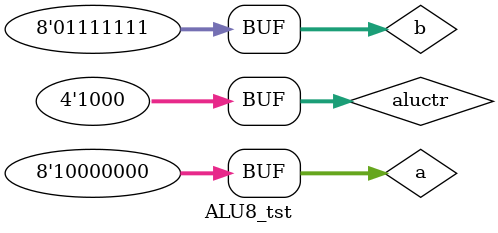
<source format=v>
`timescale 1ns / 1ps


module ALU8_tst();
    wire [7:0] result; //8Î»ÔËËã½á¹û
    reg [7:0] a; //8Î»Êý¾ÝÊäÈë£¬ËÍµ½ALU¶Ë¿ÚA 
    reg [7:0] b; //8Î»Êý¾ÝÊäÈë£¬ËÍµ½ALU¶Ë¿ÚB 
    reg [3:0] aluctr; //4Î»ALU²Ù×÷¿ØÖÆÐÅºÅ
    ALU8 ALU8_inst(.result(result),.a(a),.b(b),.aluctr(aluctr));
    initial begin
        #10 begin a=8'h7f; b=8'h80; aluctr=4'b0000;end
        #100 aluctr=4'b0010;
        #100 aluctr=4'b0011;
        #100 aluctr=4'b0110;
        #100 aluctr=4'b1000;
        #100 aluctr=4'b1111;
        #100 begin a=8'h80; b=8'h7f; aluctr=4'b0010; end
        #100 aluctr=4'b0011; 
        #100 aluctr=4'b1000;
    end
endmodule

</source>
